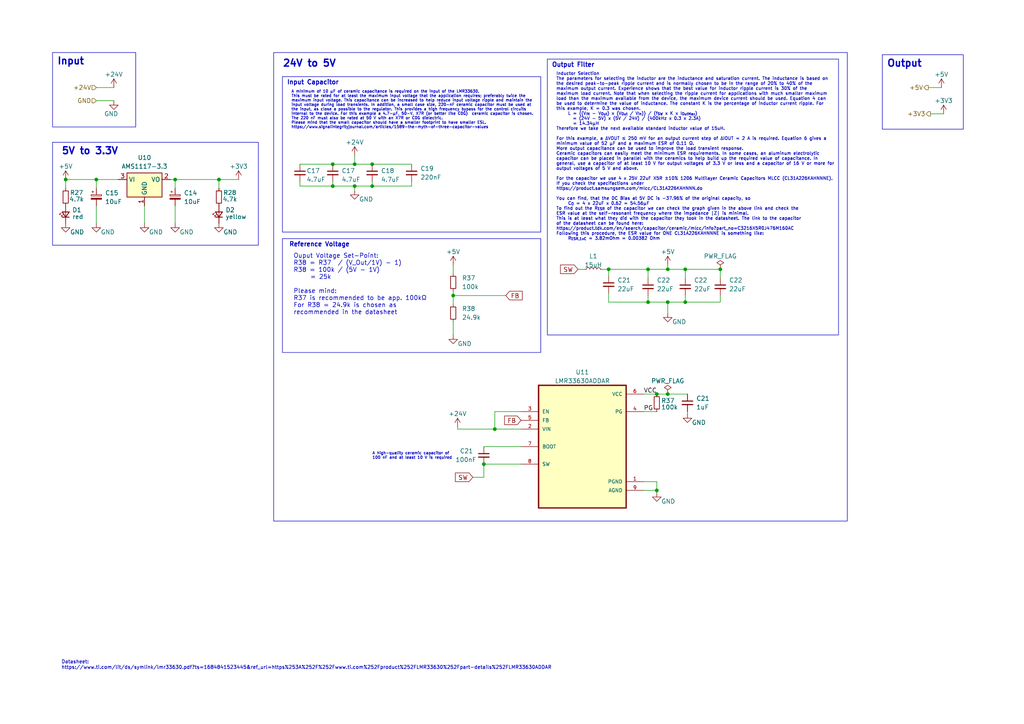
<source format=kicad_sch>
(kicad_sch (version 20230121) (generator eeschema)
  (paper "A4")
  (lib_symbols
    (symbol "+5V_1" (power) (pin_names (offset 0))
      (property "Value" "+5V_1" (at 0 3.556 0))
      (symbol "+5V_1_0_1"
        (polyline (pts (xy -0.762 1.27) (xy 0 2.54)))
        (polyline (pts (xy 0 0) (xy 0 2.54)))
        (polyline (pts (xy 0 2.54) (xy 0.762 1.27)))
      )
      (symbol "+5V_1_1_1"
        (pin power_in line (at 0 0 90) (length 0) hide (name "+5V") (number "1"))
      )
    )
    (symbol "Device:C_Polarized_Small" (pin_numbers hide) (pin_names (offset 0.254) hide)
      (property "Reference" "C" (at 0.254 1.778 0))
      (property "Value" "C_Polarized_Small" (at 0.254 -2.032 0))
      (symbol "C_Polarized_Small_0_1"
        (rectangle (start -1.524 -0.3048) (end 1.524 -0.6858) (fill (type outline)))
        (rectangle (start -1.524 0.6858) (end 1.524 0.3048))
        (polyline (pts (xy -1.27 1.524) (xy -0.762 1.524)))
        (polyline (pts (xy -1.016 1.27) (xy -1.016 1.778)))
      )
      (symbol "C_Polarized_Small_1_1"
        (pin passive line (at 0 2.54 270) (length 1.8542) (name "~") (number "1"))
        (pin passive line (at 0 -2.54 90) (length 1.8542) (name "~") (number "2"))
      )
    )
    (symbol "Device:C_Small" (pin_numbers hide) (pin_names (offset 0.254) hide)
      (property "Reference" "C" (at 0.254 1.778 0))
      (property "Value" "C_Small" (at 0.254 -2.032 0))
      (symbol "C_Small_0_1"
        (polyline (pts (xy -1.524 -0.508) (xy 1.524 -0.508)) (stroke (width 0.3302)))
        (polyline (pts (xy -1.524 0.508) (xy 1.524 0.508)) (stroke (width 0.3048)))
      )
      (symbol "C_Small_1_1"
        (pin passive line (at 0 2.54 270) (length 2.032) (name "~") (number "1"))
        (pin passive line (at 0 -2.54 90) (length 2.032) (name "~") (number "2"))
      )
    )
    (symbol "Device:LED_Small" (pin_numbers hide) (pin_names (offset 0.254) hide)
      (property "Reference" "D" (at -1.27 3.175 0))
      (property "Value" "LED_Small" (at -4.445 -2.54 0))
      (symbol "LED_Small_0_1"
        (polyline (pts (xy -0.762 -1.016) (xy -0.762 1.016)) (stroke (width 0.254)))
        (polyline (pts (xy 1.016 0) (xy -0.762 0)))
        (polyline (pts (xy 0.762 -1.016) (xy -0.762 0) (xy 0.762 1.016) (xy 0.762 -1.016)) (stroke (width 0.254)))
        (polyline (pts (xy 0 0.762) (xy -0.508 1.27) (xy -0.254 1.27) (xy -0.508 1.27) (xy -0.508 1.016)))
        (polyline (pts (xy 0.508 1.27) (xy 0 1.778) (xy 0.254 1.778) (xy 0 1.778) (xy 0 1.524)))
      )
      (symbol "LED_Small_1_1"
        (pin passive line (at -2.54 0 0) (length 1.778) (name "K") (number "1"))
        (pin passive line (at 2.54 0 180) (length 1.778) (name "A") (number "2"))
      )
    )
    (symbol "Device:L_Small" (pin_numbers hide) (pin_names (offset 0.254) hide)
      (property "Reference" "L" (at 0.762 1.016 0))
      (property "Value" "L_Small" (at 0.762 -1.016 0))
      (symbol "L_Small_0_1"
        (arc (start 0 -2.032) (mid 0.5058 -1.524) (end 0 -1.016))
        (arc (start 0 -1.016) (mid 0.5058 -0.508) (end 0 0))
        (arc (start 0 0) (mid 0.5058 0.508) (end 0 1.016))
        (arc (start 0 1.016) (mid 0.5058 1.524) (end 0 2.032))
      )
      (symbol "L_Small_1_1"
        (pin passive line (at 0 2.54 270) (length 0.508) (name "~") (number "1"))
        (pin passive line (at 0 -2.54 90) (length 0.508) (name "~") (number "2"))
      )
    )
    (symbol "Device:R_Small" (pin_numbers hide) (pin_names (offset 0.254) hide)
      (property "Reference" "R" (at 0.762 0.508 0))
      (property "Value" "R_Small" (at 0.762 -1.016 0))
      (symbol "R_Small_0_1"
        (rectangle (start -0.762 1.778) (end 0.762 -1.778) (stroke (width 0.2032)))
      )
      (symbol "R_Small_1_1"
        (pin passive line (at 0 2.54 270) (length 0.762) (name "~") (number "1"))
        (pin passive line (at 0 -2.54 90) (length 0.762) (name "~") (number "2"))
      )
    )
    (symbol "LMR33630ADDAR:LMR33630ADDAR" (pin_names (offset 1.016))
      (property "Reference" "U" (at -12.7 18.78 0))
      (property "Value" "LMR33630ADDAR" (at -12.7 -21.78 0))
      (symbol "LMR33630ADDAR_0_0"
        (rectangle (start -12.7 -17.78) (end 12.7 17.78) (stroke (width 0.41)) (fill (type background)))
        (pin power_in line (at 17.78 -10.16 180) (length 5.08) (name "PGND") (number "1"))
        (pin input line (at -17.78 5.08 0) (length 5.08) (name "VIN") (number "2"))
        (pin input line (at -17.78 10.16 0) (length 5.08) (name "EN") (number "3"))
        (pin output line (at 17.78 10.16 180) (length 5.08) (name "PG") (number "4"))
        (pin input line (at -17.78 7.62 0) (length 5.08) (name "FB") (number "5"))
        (pin power_in line (at 17.78 15.24 180) (length 5.08) (name "VCC") (number "6"))
        (pin bidirectional line (at -17.78 0 0) (length 5.08) (name "BOOT") (number "7"))
        (pin bidirectional line (at -17.78 -5.08 0) (length 5.08) (name "SW") (number "8"))
        (pin power_in line (at 17.78 -12.7 180) (length 5.08) (name "AGND") (number "9"))
      )
    )
    (symbol "Regulator_Linear:AMS1117-3.3"
      (property "Reference" "U" (at -3.81 3.175 0))
      (property "Value" "AMS1117-3.3" (at 0 3.175 0))
      (symbol "AMS1117-3.3_0_1"
        (rectangle (start -5.08 -5.08) (end 5.08 1.905) (stroke (width 0.254)) (fill (type background)))
      )
      (symbol "AMS1117-3.3_1_1"
        (pin power_in line (at 0 -7.62 90) (length 2.54) (name "GND") (number "1"))
        (pin power_out line (at 7.62 0 180) (length 2.54) (name "VO") (number "2"))
        (pin power_in line (at -7.62 0 0) (length 2.54) (name "VI") (number "3"))
      )
    )
    (symbol "power:+24V" (power) (pin_names (offset 0))
      (property "Value" "+24V" (at 0 3.556 0))
      (symbol "+24V_0_1"
        (polyline (pts (xy -0.762 1.27) (xy 0 2.54)))
        (polyline (pts (xy 0 0) (xy 0 2.54)))
        (polyline (pts (xy 0 2.54) (xy 0.762 1.27)))
      )
      (symbol "+24V_1_1"
        (pin power_in line (at 0 0 90) (length 0) hide (name "+24V") (number "1"))
      )
    )
    (symbol "power:+3V3" (power) (pin_names (offset 0))
      (property "Value" "+3V3" (at 0 3.556 0))
      (symbol "+3V3_0_1"
        (polyline (pts (xy -0.762 1.27) (xy 0 2.54)))
        (polyline (pts (xy 0 0) (xy 0 2.54)))
        (polyline (pts (xy 0 2.54) (xy 0.762 1.27)))
      )
      (symbol "+3V3_1_1"
        (pin power_in line (at 0 0 90) (length 0) hide (name "+3V3") (number "1"))
      )
    )
    (symbol "power:+5V" (power) (pin_names (offset 0))
      (property "Value" "+5V" (at 0 3.556 0))
      (symbol "+5V_0_1"
        (polyline (pts (xy -0.762 1.27) (xy 0 2.54)))
        (polyline (pts (xy 0 0) (xy 0 2.54)))
        (polyline (pts (xy 0 2.54) (xy 0.762 1.27)))
      )
      (symbol "+5V_1_1"
        (pin power_in line (at 0 0 90) (length 0) hide (name "+5V") (number "1"))
      )
    )
    (symbol "power:GND" (power) (pin_names (offset 0))
      (property "Value" "GND" (at 0 -3.81 0))
      (symbol "GND_0_1"
        (polyline (pts (xy 0 0) (xy 0 -1.27) (xy 1.27 -1.27) (xy 0 -2.54) (xy -1.27 -1.27) (xy 0 -1.27)))
      )
      (symbol "GND_1_1"
        (pin power_in line (at 0 0 270) (length 0) hide (name "GND") (number "1"))
      )
    )
    (symbol "power:PWR_FLAG" (power) (pin_numbers hide) (pin_names (offset 0) hide)
      (property "Value" "PWR_FLAG" (at 0 3.81 0))
      (symbol "PWR_FLAG_0_0"
        (pin power_out line (at 0 0 90) (length 0) (name "pwr") (number "1"))
      )
      (symbol "PWR_FLAG_0_1"
        (polyline (pts (xy 0 0) (xy 0 1.27) (xy -1.016 1.905) (xy 0 2.54) (xy 1.016 1.905) (xy 0 1.27)))
      )
    )
  )
  (junction (at 143.51 124.46))
  (junction (at 50.8 52.07))
  (junction (at 198.755 78.105))
  (junction (at 107.95 47.625))
  (junction (at 102.87 47.625))
  (junction (at 19.05 52.07))
  (junction (at 27.94 52.07))
  (junction (at 96.52 47.625))
  (junction (at 193.675 78.105))
  (junction (at 96.52 53.975))
  (junction (at 176.53 78.105))
  (junction (at 140.335 134.62))
  (junction (at 193.675 114.3))
  (junction (at 107.95 53.975))
  (junction (at 198.755 87.63))
  (junction (at 190.5 114.3))
  (junction (at 131.445 85.725))
  (junction (at 190.5 142.24))
  (junction (at 187.96 87.63))
  (junction (at 63.5 52.07))
  (junction (at 208.915 78.105))
  (junction (at 102.87 53.975))
  (junction (at 193.675 87.63))
  (junction (at 187.96 78.105))
  (wire (pts (xy 102.87 53.975) (xy 107.95 53.975)))
  (wire (pts (xy 199.39 119.38) (xy 199.39 120.015)))
  (wire (pts (xy 174.625 78.105) (xy 176.53 78.105)))
  (wire (pts (xy 190.5 142.24) (xy 186.69 142.24)))
  (wire (pts (xy 190.5 114.3) (xy 193.675 114.3)))
  (wire (pts (xy 27.94 64.77) (xy 27.94 59.69)))
  (wire (pts (xy 96.52 47.625) (xy 86.995 47.625)))
  (wire (pts (xy 140.335 138.43) (xy 137.16 138.43)))
  (wire (pts (xy 27.94 25.4) (xy 33.02 25.4)))
  (wire (pts (xy 102.87 53.975) (xy 102.87 55.245)))
  (wire (pts (xy 186.69 139.7) (xy 190.5 139.7)))
  (wire (pts (xy 176.53 87.63) (xy 187.96 87.63)))
  (wire (pts (xy 107.95 47.625) (xy 119.38 47.625)))
  (wire (pts (xy 198.755 78.105) (xy 208.915 78.105)))
  (wire (pts (xy 190.5 139.7) (xy 190.5 142.24)))
  (wire (pts (xy 131.445 84.455) (xy 131.445 85.725)))
  (wire (pts (xy 198.755 80.645) (xy 198.755 78.105)))
  (wire (pts (xy 19.05 54.61) (xy 19.05 52.07)))
  (wire (pts (xy 187.96 87.63) (xy 187.96 85.725)))
  (wire (pts (xy 176.53 85.09) (xy 176.53 87.63)))
  (wire (pts (xy 132.715 124.46) (xy 143.51 124.46)))
  (wire (pts (xy 86.995 52.705) (xy 86.995 53.975)))
  (wire (pts (xy 41.91 64.77) (xy 41.91 59.69)))
  (wire (pts (xy 269.875 33.02) (xy 273.685 33.02)))
  (wire (pts (xy 131.445 93.345) (xy 131.445 97.155)))
  (wire (pts (xy 119.38 52.705) (xy 119.38 53.975)))
  (wire (pts (xy 193.675 78.105) (xy 198.755 78.105)))
  (wire (pts (xy 208.915 85.725) (xy 208.915 87.63)))
  (wire (pts (xy 151.13 129.54) (xy 140.335 129.54)))
  (wire (pts (xy 140.335 134.62) (xy 151.13 134.62)))
  (wire (pts (xy 96.52 52.705) (xy 96.52 53.975)))
  (wire (pts (xy 193.675 87.63) (xy 198.755 87.63)))
  (wire (pts (xy 193.675 114.3) (xy 199.39 114.3)))
  (wire (pts (xy 187.96 78.105) (xy 193.675 78.105)))
  (wire (pts (xy 102.87 47.625) (xy 107.95 47.625)))
  (wire (pts (xy 49.53 52.07) (xy 50.8 52.07)))
  (wire (pts (xy 19.05 52.07) (xy 27.94 52.07)))
  (wire (pts (xy 107.95 53.975) (xy 107.95 52.705)))
  (wire (pts (xy 187.96 87.63) (xy 193.675 87.63)))
  (wire (pts (xy 63.5 54.61) (xy 63.5 52.07)))
  (wire (pts (xy 186.69 119.38) (xy 190.5 119.38)))
  (wire (pts (xy 27.94 54.61) (xy 27.94 52.07)))
  (wire (pts (xy 187.96 78.105) (xy 187.96 80.645)))
  (wire (pts (xy 269.24 25.4) (xy 273.05 25.4)))
  (wire (pts (xy 143.51 119.38) (xy 151.13 119.38)))
  (wire (pts (xy 193.675 87.63) (xy 193.675 90.805)))
  (wire (pts (xy 96.52 47.625) (xy 102.87 47.625)))
  (wire (pts (xy 27.94 29.21) (xy 33.02 29.21)))
  (wire (pts (xy 208.915 87.63) (xy 198.755 87.63)))
  (wire (pts (xy 143.51 119.38) (xy 143.51 124.46)))
  (wire (pts (xy 176.53 78.105) (xy 176.53 80.01)))
  (wire (pts (xy 50.8 52.07) (xy 63.5 52.07)))
  (wire (pts (xy 27.94 52.07) (xy 34.29 52.07)))
  (wire (pts (xy 86.995 53.975) (xy 96.52 53.975)))
  (wire (pts (xy 96.52 53.975) (xy 102.87 53.975)))
  (wire (pts (xy 193.675 76.835) (xy 193.675 78.105)))
  (wire (pts (xy 131.445 76.835) (xy 131.445 79.375)))
  (wire (pts (xy 208.915 78.105) (xy 208.915 80.645)))
  (wire (pts (xy 50.8 52.07) (xy 50.8 54.61)))
  (wire (pts (xy 119.38 53.975) (xy 107.95 53.975)))
  (wire (pts (xy 186.69 114.3) (xy 190.5 114.3)))
  (wire (pts (xy 132.715 123.825) (xy 132.715 124.46)))
  (wire (pts (xy 102.87 45.085) (xy 102.87 47.625)))
  (wire (pts (xy 143.51 124.46) (xy 151.13 124.46)))
  (wire (pts (xy 50.8 59.69) (xy 50.8 64.77)))
  (wire (pts (xy 176.53 78.105) (xy 187.96 78.105)))
  (wire (pts (xy 190.5 142.875) (xy 190.5 142.24)))
  (wire (pts (xy 140.335 134.62) (xy 140.335 138.43)))
  (wire (pts (xy 63.5 52.07) (xy 69.215 52.07)))
  (wire (pts (xy 198.755 87.63) (xy 198.755 85.725)))
  (wire (pts (xy 131.445 85.725) (xy 131.445 88.265)))
  (wire (pts (xy 131.445 85.725) (xy 146.685 85.725)))
  (wire (pts (xy 167.64 78.105) (xy 169.545 78.105)))
  (rectangle (start 79.375 15.24) (end 245.745 151.13))
  (rectangle (start 158.75 17.145) (end 243.205 97.155))
  (rectangle (start 15.24 15.24) (end 39.37 36.83))
  (rectangle (start 81.915 69.215) (end 156.845 102.235))
  (rectangle (start 15.24 41.275) (end 74.93 71.12))
  (rectangle (start 81.915 22.225) (end 156.845 67.31))
  (rectangle (start 255.905 15.875) (end 279.4 37.465))
  (text "A high-quality ceramic capacitor of\n100 nF and at least 10 V is required" (at 107.95 133.35 0) (effects (font (size 0.8 0.8)) (justify left bottom)))
  (text "Output" (at 257.175 19.685 0) (effects (font (size 2 2) (thickness 0.4) bold) (justify left bottom)))
  (text "Ouput Voltage Set-Point:\nR38 = R37  / (V_Out/1V) - 1)\nR38 = 100k / (5V - 1V)\n     = 25k\n\nPlease mind:\nR37 is recommended to be app. 100kΩ\nFor R38 = 24.9k is chosen as\nrecommended in the datasheet" (at 85.09 91.44 0) (effects (font (size 1.27 1.27)) (justify left bottom)))
  (text "A minimum of 10 μF of ceramic capacitance is required on the input of the LMR33630.\nThis must be rated for at least the maximum input voltage that the application requires; preferably twice the\nmaximum input voltage. This capacitance can be increased to help reduce input voltage ripple and maintain the\ninput voltage during load transients. In addition, a small case size, 220-nF ceramic capacitor must be used at\nthe input, as close a possible to the regulator. This provides a high frequency bypass for the control circuits\ninternal to the device. For this example a 4.7-μF, 50-V, X7R (or better like C0G)  ceramic capacitor is chosen.\nThe 220 nF must also be rated at 50 V with an X7R or C0G dielectric.\nPlease mind that the small capacitor should have a smaller footprint to have smaller ESL.\nhttps://www.signalintegrityjournal.com/articles/1589-the-myth-of-three-capacitor-values" (at 84.455 37.465 0) (effects (font (size 0.8 0.8)) (justify left bottom)))
  (text "5V to 3.3V" (at 17.78 45.085 0) (effects (font (size 2 2) (thickness 0.4) bold) (justify left bottom)))
  (text "Input" (at 16.51 19.05 0) (effects (font (size 2 2) (thickness 0.4) bold) (justify left bottom)))
  (text "Datasheet:\nhttps://www.ti.com/lit/ds/symlink/lmr33630.pdf?ts=1684841523445&ref_url=https%253A%252F%252Fwww.ti.com%252Fproduct%252FLMR33630%252Fpart-details%252FLMR33630ADDAR" (at 17.78 194.31 0) (effects (font (size 1 1)) (justify left bottom)))
  (text "Output Filter" (at 160.02 19.685 0) (effects (font (size 1.27 1.27) (thickness 0.254) bold) (justify left bottom)))
  (text "Reference Voltage" (at 83.82 71.755 0) (effects (font (size 1.27 1.27) (thickness 0.254) bold) (justify left bottom)))
  (text "24V to 5V" (at 81.915 19.685 0) (effects (font (size 2 2) (thickness 0.4) bold) (justify left bottom)))
  (text "Input Capacitor" (at 83.185 24.765 0) (effects (font (size 1.27 1.27) (thickness 0.254) bold) (justify left bottom)))
  (text "Inductor Selection\nThe parameters for selecting the inductor are the inductance and saturation current. The inductance is based on\nthe desired peak-to-peak ripple current and is normally chosen to be in the range of 20% to 40% of the\nmaximum output current. Experience shows that the best value for inductor ripple current is 30% of the\nmaximum load current. Note that when selecting the ripple current for applications with much smaller maximum\nload than the maximum available from the device, the maximum device current should be used. Equation 4 can\nbe used to determine the value of inductance. The constant K is the percentage of inductor current ripple. For\nthis example, K = 0.3 was chosen.\n	L = ((V_{IN} - V_{Out}) x (V_{Out} / V_{in})) / (f_{SW} x K x I_{OutMax})\n	  = (24V - 5V) x (5V / 24V) / (400kHz x 0.3 x 2.3A)\n       = 14.34μH\nTherefore we take the next available standard inductor value of 15uH.\n\nFor this example, a ΔVOUT ≤ 250 mV for an output current step of ΔIOUT = 2 A is required. Equation 6 gives a\nminimum value of 52 μF and a maximum ESR of 0.11 Ω.\nMore output capacitance can be used to improve the load transient response.\nCeramic capacitors can easily meet the minimum ESR requirements. In some cases, an aluminum electrolytic\ncapacitor can be placed in parallel with the ceramics to help build up the required value of capacitance. In\ngeneral, use a capacitor of at least 10 V for output voltages of 3.3 V or less and a capacitor of 16 V or more for\noutput voltages of 5 V and above.\n\nFor the capacitor we use 4 x 25V 22uF X5R ±10% 1206 Multilayer Ceramic Capacitors MLCC (CL31A226KAHNNNE).\nIf you check the specifactions under\nhttps://product.samsungsem.com/mlcc/CL31A226KAHNNN.do\n\nYou can find, that the DC Bias at 5V DC is -37.96% of the original capacity, so\n	C_{O} = 4 x 22uF x 0.62 = 54.56μF\nTo find out the R_{ESR} of the capacitor we can check the graph given in the above link and check the\nESR value at the self-resonant frequency where the impedance |Z| is minimal.\nThis is at least what they did with the capacitor they took in the datasheet. The link to the capacitor\nof the datasheet can be found here:\nhttps://product.tdk.com/en/search/capacitor/ceramic/mlcc/info?part_no=C3216X5R0J476M160AC\nFollowing this procedure, the ESR value for ONE CL31A226KAHNNNE is something like:\n	R_{ESR,1xC} = 3.82mOhm = 0.00382 Ohm" (at 161.29 69.85 0) (effects (font (size 0.9 0.9)) (justify left bottom)))
  (label "VCC" (at 186.69 114.3 0))
  (label "PG" (at 186.69 119.38 0))
  (global_label "SW" (shape input) (at 167.64 78.105 180) (property "Intersheetrefs" "${INTERSHEET_REFS}" (effects hide)))
  (global_label "SW" (shape input) (at 137.16 138.43 180) (property "Intersheetrefs" "${INTERSHEET_REFS}" (effects hide)))
  (global_label "FB" (shape input) (at 146.685 85.725 0) (property "Intersheetrefs" "${INTERSHEET_REFS}" (effects hide)))
  (global_label "FB" (shape input) (at 151.13 121.92 180) (property "Intersheetrefs" "${INTERSHEET_REFS}" (effects hide)))
  (hierarchical_label "GND" (shape input) (at 27.94 29.21 180))
  (hierarchical_label "+3V3" (shape output) (at 269.875 33.02 180))
  (hierarchical_label "+5V" (shape output) (at 269.24 25.4 180))
  (hierarchical_label "+24V" (shape input) (at 27.94 25.4 180))
  (symbol (lib_id "Device:C_Polarized_Small") (at 27.94 57.15 0) (unit 1)
    (property "Reference" "C15" (at 30.48 55.9689 0) (effects (justify left)))
    (property "Value" "10uF" (at 30.48 58.5089 0) (effects (justify left)))
    (property "Footprint" "Capacitor_SMD:C_0603_1608Metric" (effects hide))
    (instances (project "Drawer_Controller" (path "" (reference "C15") (unit 1)) (path "" (reference "C14") (unit 1))))
  )
  (symbol (lib_id "Device:C_Small") (at 96.52 50.165 0) (unit 1)
    (property "Reference" "C17" (at 99.06 49.53 0) (effects (justify left)))
    (property "Value" "4.7uF" (at 99.06 52.07 0) (effects (justify left)))
    (property "Footprint" "Capacitor_SMD:C_1206_3216Metric" (effects hide))
  )
  (symbol (lib_id "LMR33630ADDAR:LMR33630ADDAR") (at 168.91 129.54 0) (unit 1)
    (property "Reference" "U11" (at 168.91 107.95 0))
    (property "Value" "LMR33630ADDAR" (at 168.91 110.49 0))
    (property "Footprint" "Robast_Footprints:LMR33630ADDAR" (effects hide))
  )
  (symbol (lib_id "power:GND") (at 27.94 64.77 0) (unit 1)
    (property "Reference" "#PWR059" (effects hide))
    (property "Value" "GND" (at 29.21 67.31 0) (effects (justify left)))
  )
  (symbol (lib_id "Device:R_Small") (at 131.445 90.805 0) (unit 1)
    (property "Reference" "R38" (at 133.985 89.535 0) (effects (justify left)))
    (property "Value" "24.9k" (at 133.985 92.075 0) (effects (justify left)))
    (property "Footprint" "Capacitor_SMD:C_0603_1608Metric" (effects hide))
  )
  (symbol (lib_id "power:GND") (at 41.91 64.77 0) (unit 1)
    (property "Reference" "#PWR041" (effects hide))
    (property "Value" "GND" (at 43.18 67.31 0) (effects (justify left)))
    (instances (project "Drawer_Controller" (path "" (reference "#PWR041") (unit 1)) (path "" (reference "#PWR062") (unit 1))))
  )
  (symbol (lib_id "Device:C_Small") (at 140.335 132.08 0) (unit 1)
    (property "Reference" "C21" (at 133.35 130.81 0) (effects (justify left)))
    (property "Value" "100nF" (at 132.08 133.35 0) (effects (justify left)))
    (property "Footprint" "Capacitor_SMD:C_0402_1005Metric" (effects hide))
    (instances (project "Drawer_Controller" (path "" (reference "C21") (unit 1)) (path "" (reference "C24") (unit 1))))
  )
  (symbol (lib_id "power:+3V3") (at 69.215 52.07 0) (unit 1)
    (property "Reference" "#PWR065" (effects hide))
    (property "Value" "+3V3" (at 69.215 48.26 0))
  )
  (symbol (lib_id "power:GND") (at 50.8 64.77 0) (unit 1)
    (property "Reference" "#PWR058" (effects hide))
    (property "Value" "GND" (at 52.07 67.31 0) (effects (justify left)))
    (instances (project "Drawer_Controller" (path "" (reference "#PWR058") (unit 1)) (path "" (reference "#PWR063") (unit 1))))
  )
  (symbol (lib_id "power:GND") (at 19.05 64.77 0) (unit 1)
    (property "Reference" "#PWR023" (effects hide))
    (property "Value" "GND" (at 20.32 67.31 0) (effects (justify left)))
    (instances (project "Drawer_Controller" (path "" (reference "#PWR023") (unit 1)) (path "" (reference "#PWR058") (unit 1))))
  )
  (symbol (lib_id "Regulator_Linear:AMS1117-3.3") (at 41.91 52.07 0) (unit 1)
    (property "Reference" "U10" (at 41.91 45.72 0))
    (property "Value" "AMS1117-3.3" (at 41.91 48.26 0))
    (property "Footprint" "Package_TO_SOT_SMD:SOT-223-3_TabPin2" (effects hide))
    (property "Datasheet" "http://www.advanced-monolithic.com/pdf/ds1117.pdf" (effects hide))
  )
  (symbol (lib_id "power:+3V3") (at 273.685 33.02 0) (unit 1)
    (property "Reference" "#PWR078" (effects hide))
    (property "Value" "+3V3" (at 273.685 29.21 0))
  )
  (symbol (lib_id "power:GND") (at 63.5 64.77 0) (unit 1)
    (property "Reference" "#PWR060" (effects hide))
    (property "Value" "GND" (at 64.77 67.31 0) (effects (justify left)))
    (instances (project "Drawer_Controller" (path "" (reference "#PWR060") (unit 1)) (path "" (reference "#PWR064") (unit 1))))
  )
  (symbol (lib_name "+5V_1") (lib_id "power:+5V") (at 131.445 76.835 0) (unit 1)
    (property "Reference" "#PWR068" (effects hide))
    (property "Value" "+5V" (at 131.445 73.025 0))
  )
  (symbol (lib_id "Device:C_Small") (at 208.915 83.185 0) (unit 1)
    (property "Reference" "C22" (at 211.455 81.28 0) (effects (justify left)))
    (property "Value" "22uF" (at 211.455 83.82 0) (effects (justify left)))
    (property "Footprint" "Capacitor_SMD:C_1206_3216Metric" (effects hide))
    (instances (project "Drawer_Controller" (path "" (reference "C22") (unit 1)) (path "" (reference "C29") (unit 1))))
  )
  (symbol (lib_id "Device:C_Small") (at 176.53 82.55 0) (unit 1)
    (property "Reference" "C21" (at 179.07 81.28 0) (effects (justify left)))
    (property "Value" "22uF" (at 179.07 83.82 0) (effects (justify left)))
    (property "Footprint" "Capacitor_SMD:C_1206_3216Metric" (effects hide))
    (instances (project "Drawer_Controller" (path "" (reference "C21") (unit 1)) (path "" (reference "C25") (unit 1))))
  )
  (symbol (lib_id "Device:C_Polarized_Small") (at 50.8 57.15 0) (unit 1)
    (property "Reference" "C14" (at 53.34 55.9689 0) (effects (justify left)))
    (property "Value" "10uF" (at 53.34 58.5089 0) (effects (justify left)))
    (property "Footprint" "Capacitor_SMD:C_0603_1608Metric" (effects hide))
    (instances (project "Drawer_Controller" (path "" (reference "C14") (unit 1)) (path "" (reference "C15") (unit 1))))
  )
  (symbol (lib_id "Device:LED_Small") (at 19.05 62.23 90) (unit 1)
    (property "Reference" "D1" (at 20.955 60.8964 90) (effects (justify right)))
    (property "Value" "red" (at 20.955 62.865 90) (effects (justify right)))
    (property "Footprint" "LED_SMD:LED_0603_1608Metric" (effects hide))
  )
  (symbol (lib_id "Device:C_Small") (at 107.95 50.165 0) (unit 1)
    (property "Reference" "C18" (at 110.49 49.53 0) (effects (justify left)))
    (property "Value" "4.7uF" (at 110.49 52.07 0) (effects (justify left)))
    (property "Footprint" "Capacitor_SMD:C_1206_3216Metric" (effects hide))
    (instances (project "Drawer_Controller" (path "" (reference "C18") (unit 1)) (path "" (reference "C19") (unit 1))))
  )
  (symbol (lib_id "power:+5V") (at 19.05 52.07 0) (unit 1)
    (property "Reference" "#PWR040" (effects hide))
    (property "Value" "+5V" (at 19.05 48.26 0))
    (instances (project "Drawer_Controller" (path "" (reference "#PWR040") (unit 1)) (path "" (reference "#PWR051") (unit 1))))
  )
  (symbol (lib_id "Device:C_Small") (at 86.995 50.165 0) (unit 1)
    (property "Reference" "C17" (at 88.9 49.53 0) (effects (justify left)))
    (property "Value" "4.7uF" (at 88.9 52.07 0) (effects (justify left)))
    (property "Footprint" "Capacitor_SMD:C_1206_3216Metric" (effects hide))
    (instances (project "Drawer_Controller" (path "" (reference "C17") (unit 1)) (path "" (reference "C16") (unit 1))))
  )
  (symbol (lib_id "power:PWR_FLAG") (at 193.675 114.3 0) (unit 1)
    (property "Reference" "#FLG07" (effects hide))
    (property "Value" "PWR_FLAG" (at 193.675 110.49 0))
  )
  (symbol (lib_id "Device:R_Small") (at 131.445 81.915 0) (unit 1)
    (property "Reference" "R37" (at 133.985 80.645 0) (effects (justify left)))
    (property "Value" "100k" (at 133.985 83.185 0) (effects (justify left)))
    (property "Footprint" "Capacitor_SMD:C_0603_1608Metric" (effects hide))
  )
  (symbol (lib_id "Device:C_Small") (at 198.755 83.185 0) (unit 1)
    (property "Reference" "C22" (at 201.295 81.28 0) (effects (justify left)))
    (property "Value" "22uF" (at 201.295 83.82 0) (effects (justify left)))
    (property "Footprint" "Capacitor_SMD:C_1206_3216Metric" (effects hide))
    (instances (project "Drawer_Controller" (path "" (reference "C22") (unit 1)) (path "" (reference "C27") (unit 1))))
  )
  (symbol (lib_id "power:GND") (at 199.39 120.015 0) (unit 1)
    (property "Reference" "#PWR061" (effects hide))
    (property "Value" "GND" (at 200.66 122.555 0) (effects (justify left)))
    (instances (project "Drawer_Controller" (path "" (reference "#PWR061") (unit 1)) (path "" (reference "#PWR076") (unit 1))))
  )
  (symbol (lib_name "+5V_1") (lib_id "power:+5V") (at 193.675 76.835 0) (unit 1)
    (property "Reference" "#PWR073" (effects hide))
    (property "Value" "+5V" (at 193.675 73.025 0))
  )
  (symbol (lib_id "Device:LED_Small") (at 63.5 62.23 90) (unit 1)
    (property "Reference" "D2" (at 65.405 60.8964 90) (effects (justify right)))
    (property "Value" "yellow" (at 65.405 62.865 90) (effects (justify right)))
    (property "Footprint" "LED_SMD:LED_0805_2012Metric" (effects hide))
  )
  (symbol (lib_id "Device:R_Small") (at 63.5 57.15 0) (unit 1)
    (property "Reference" "R28" (at 66.675 55.88 0))
    (property "Value" "4.7k" (at 66.675 57.785 0))
    (property "Footprint" "Capacitor_SMD:C_0603_1608Metric" (effects hide))
  )
  (symbol (lib_id "Device:C_Small") (at 199.39 116.84 0) (unit 1)
    (property "Reference" "C21" (at 201.93 115.57 0) (effects (justify left)))
    (property "Value" "1uF" (at 201.93 118.11 0) (effects (justify left)))
    (property "Footprint" "Capacitor_SMD:C_0805_2012Metric" (effects hide))
    (instances (project "Drawer_Controller" (path "" (reference "C21") (unit 1)) (path "" (reference "C28") (unit 1))))
  )
  (symbol (lib_id "power:GND") (at 131.445 97.155 0) (unit 1)
    (property "Reference" "#PWR065" (effects hide))
    (property "Value" "GND" (at 132.715 99.695 0) (effects (justify left)))
    (instances (project "Drawer_Controller" (path "" (reference "#PWR065") (unit 1)) (path "" (reference "#PWR069") (unit 1))))
  )
  (symbol (lib_id "power:GND") (at 102.87 55.245 0) (unit 1)
    (property "Reference" "#PWR067" (effects hide))
    (property "Value" "GND" (at 104.14 57.785 0) (effects (justify left)))
  )
  (symbol (lib_id "Device:C_Small") (at 119.38 50.165 0) (unit 1)
    (property "Reference" "C19" (at 121.92 48.895 0) (effects (justify left)))
    (property "Value" "220nF" (at 121.92 51.435 0) (effects (justify left)))
    (property "Footprint" "Capacitor_SMD:C_0805_2012Metric" (effects hide))
    (instances (project "Drawer_Controller" (path "" (reference "C19") (unit 1)) (path "" (reference "C23") (unit 1))))
  )
  (symbol (lib_id "power:+24V") (at 33.02 25.4 0) (unit 1)
    (property "Reference" "#PWR042" (effects hide))
    (property "Value" "+24V" (at 33.02 21.59 0))
    (instances (project "Drawer_Controller" (path "" (reference "#PWR042") (unit 1)) (path "" (reference "#PWR060") (unit 1))))
  )
  (symbol (lib_id "power:GND") (at 193.675 90.805 0) (unit 1)
    (property "Reference" "#PWR061" (effects hide))
    (property "Value" "GND" (at 194.945 93.345 0) (effects (justify left)))
    (instances (project "Drawer_Controller" (path "" (reference "#PWR061") (unit 1)) (path "" (reference "#PWR074") (unit 1))))
  )
  (symbol (lib_id "Device:R_Small") (at 190.5 116.84 0) (unit 1)
    (property "Reference" "R37" (at 191.77 116.205 0) (effects (justify left)))
    (property "Value" "100k" (at 191.77 118.11 0) (effects (justify left)))
    (property "Footprint" "Capacitor_SMD:C_0603_1608Metric" (effects hide))
    (instances (project "Drawer_Controller" (path "" (reference "R37") (unit 1)) (path "" (reference "R39") (unit 1))))
  )
  (symbol (lib_id "Device:C_Small") (at 187.96 83.185 0) (unit 1)
    (property "Reference" "C22" (at 190.5 81.28 0) (effects (justify left)))
    (property "Value" "22uF" (at 190.5 83.82 0) (effects (justify left)))
    (property "Footprint" "Capacitor_SMD:C_1206_3216Metric" (effects hide))
    (instances (project "Drawer_Controller" (path "" (reference "C22") (unit 1)) (path "" (reference "C26") (unit 1))))
  )
  (symbol (lib_name "+5V_1") (lib_id "power:+5V") (at 273.05 25.4 0) (unit 1)
    (property "Reference" "#PWR077" (effects hide))
    (property "Value" "+5V" (at 273.05 21.59 0))
  )
  (symbol (lib_id "power:GND") (at 33.02 29.21 0) (mirror y) (unit 1)
    (property "Reference" "#PWR0104" (effects hide))
    (property "Value" "GND" (at 34.29 33.02 0) (effects (justify left)))
    (instances (project "Drawer_Controller" (path "" (reference "#PWR0104") (unit 1)) (path "" (reference "#PWR019") (unit 1)) (path "" (reference "#PWR061") (unit 1))))
  )
  (symbol (lib_id "power:PWR_FLAG") (at 208.915 78.105 0) (unit 1)
    (property "Reference" "#FLG01" (effects hide))
    (property "Value" "PWR_FLAG" (at 208.915 74.295 0))
    (instances (project "Drawer_Controller" (path "" (reference "#FLG01") (unit 1)) (path "" (reference "#FLG02") (unit 1)) (path "" (reference "#FLG01") (unit 1)) (path "" (reference "#FLG03") (unit 1))))
  )
  (symbol (lib_id "power:+24V") (at 132.715 123.825 0) (unit 1)
    (property "Reference" "#PWR066" (effects hide))
    (property "Value" "+24V" (at 132.715 120.015 0))
    (instances (project "Drawer_Controller" (path "" (reference "#PWR066") (unit 1)) (path "" (reference "#PWR070") (unit 1))))
  )
  (symbol (lib_id "Device:L_Small") (at 172.085 78.105 90) (unit 1)
    (property "Reference" "L1" (at 172.085 74.295 90))
    (property "Value" "15uH" (at 172.085 76.835 90))
    (property "Footprint" "Robast_Footprints:SMDRI127-150MT" (effects hide))
  )
  (symbol (lib_id "power:GND") (at 190.5 142.875 0) (unit 1)
    (property "Reference" "#PWR061" (effects hide))
    (property "Value" "GND" (at 191.77 145.415 0) (effects (justify left)))
    (instances (project "Drawer_Controller" (path "" (reference "#PWR061") (unit 1)) (path "" (reference "#PWR071") (unit 1))))
  )
  (symbol (lib_id "power:+24V") (at 102.87 45.085 0) (unit 1)
    (property "Reference" "#PWR066" (effects hide))
    (property "Value" "+24V" (at 102.87 41.275 0))
  )
  (symbol (lib_id "Device:R_Small") (at 19.05 57.15 0) (unit 1)
    (property "Reference" "R27" (at 22.225 55.88 0))
    (property "Value" "4.7k" (at 22.225 57.785 0))
    (property "Footprint" "Capacitor_SMD:C_0603_1608Metric" (effects hide))
  )
)
</source>
